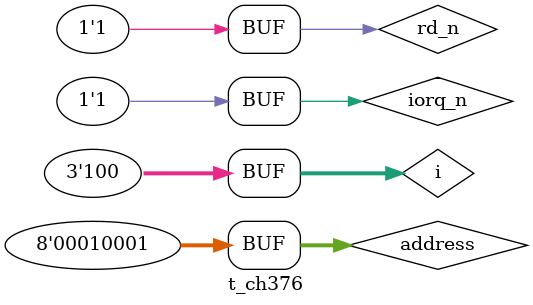
<source format=v>
module t_ch376;
	reg [7:0] address;
	reg iorq_n, rd_n;
	reg [2:0] i;
	wire busdir, cs;
	
	ch376 TST (address,iorq_n,rd_n,cs,busdir);
	
	initial
	begin
		address = 8'h12;
		iorq_n = 0;
		rd_n = 0;
		$monitor(address,iorq_n,rd_n,busdir,cs);
		for (i = 0; i < 4; i = i + 1) begin
			{iorq_n,rd_n} = i;
			#10;
		end
		address = 8'h10;
		for (i = 0; i < 4; i = i + 1) begin
			{iorq_n,rd_n} = i;
			#10;
		end
		address = 8'h11;
		for (i = 0; i < 4; i = i + 1) begin
			{iorq_n,rd_n} = i;
			#10;
		end
	end
endmodule
</source>
